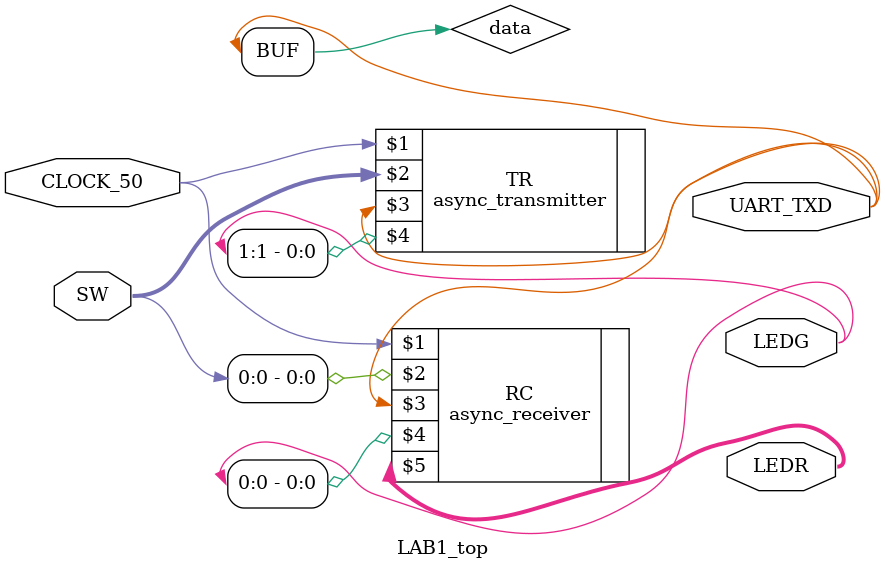
<source format=v>
module LAB1_top(CLOCK_50, SW, LEDG, LEDR, UART_TXD);

input CLOCK_50;
input [9:0] SW;
output [1:0] LEDG;
output [7:0] LEDR;
output UART_TXD;

wire data;

	//rxd_data = txd_data // rxd_data_ready //txd_busy
	async_transmitter TR(CLOCK_50, SW[9:0], UART_TXD, LEDG[1]);
	async_receiver RC(CLOCK_50, SW[0], data, LEDG[0], LEDR[7:0]);
	
assign data = UART_TXD;
endmodule

</source>
